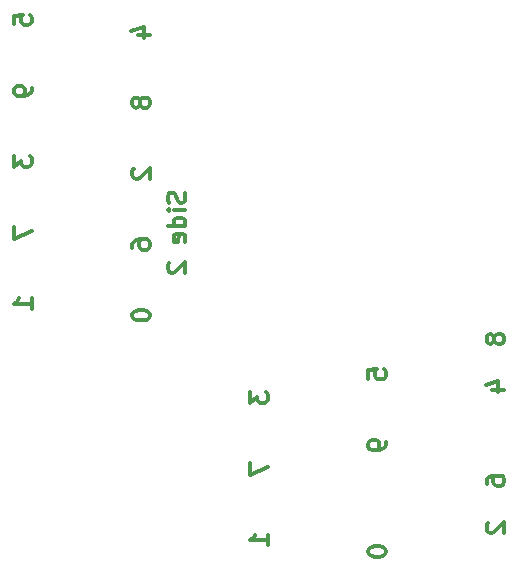
<source format=gbl>
G04 (created by PCBNEW (2013-mar-13)-testing) date Sun 30 Jun 2013 20:15:12 WST*
%MOIN*%
G04 Gerber Fmt 3.4, Leading zero omitted, Abs format*
%FSLAX34Y34*%
G01*
G70*
G90*
G04 APERTURE LIST*
%ADD10C,0.006000*%
%ADD11C,0.011811*%
G04 APERTURE END LIST*
G54D10*
G54D11*
X56960Y-52474D02*
X57353Y-52474D01*
X56735Y-52334D02*
X57156Y-52193D01*
X57156Y-52559D01*
X53416Y-54218D02*
X53416Y-54330D01*
X53388Y-54386D01*
X53360Y-54415D01*
X53276Y-54471D01*
X53163Y-54499D01*
X52938Y-54499D01*
X52882Y-54471D01*
X52854Y-54443D01*
X52826Y-54386D01*
X52826Y-54274D01*
X52854Y-54218D01*
X52882Y-54190D01*
X52938Y-54161D01*
X53079Y-54161D01*
X53135Y-54190D01*
X53163Y-54218D01*
X53191Y-54274D01*
X53191Y-54386D01*
X53163Y-54443D01*
X53135Y-54471D01*
X53079Y-54499D01*
X52826Y-52109D02*
X52826Y-51827D01*
X53107Y-51799D01*
X53079Y-51827D01*
X53051Y-51884D01*
X53051Y-52024D01*
X53079Y-52080D01*
X53107Y-52109D01*
X53163Y-52137D01*
X53304Y-52137D01*
X53360Y-52109D01*
X53388Y-52080D01*
X53416Y-52024D01*
X53416Y-51884D01*
X53388Y-51827D01*
X53360Y-51799D01*
X48889Y-52559D02*
X48889Y-52924D01*
X49114Y-52727D01*
X49114Y-52812D01*
X49142Y-52868D01*
X49170Y-52896D01*
X49226Y-52924D01*
X49367Y-52924D01*
X49423Y-52896D01*
X49451Y-52868D01*
X49479Y-52812D01*
X49479Y-52643D01*
X49451Y-52587D01*
X49423Y-52559D01*
X48889Y-54921D02*
X48889Y-55314D01*
X49479Y-55061D01*
X56763Y-55624D02*
X56763Y-55511D01*
X56791Y-55455D01*
X56819Y-55427D01*
X56903Y-55371D01*
X57016Y-55343D01*
X57241Y-55343D01*
X57297Y-55371D01*
X57325Y-55399D01*
X57353Y-55455D01*
X57353Y-55568D01*
X57325Y-55624D01*
X57297Y-55652D01*
X57241Y-55680D01*
X57100Y-55680D01*
X57044Y-55652D01*
X57016Y-55624D01*
X56988Y-55568D01*
X56988Y-55455D01*
X57016Y-55399D01*
X57044Y-55371D01*
X57100Y-55343D01*
X57016Y-50731D02*
X56988Y-50674D01*
X56960Y-50646D01*
X56903Y-50618D01*
X56875Y-50618D01*
X56819Y-50646D01*
X56791Y-50674D01*
X56763Y-50731D01*
X56763Y-50843D01*
X56791Y-50899D01*
X56819Y-50928D01*
X56875Y-50956D01*
X56903Y-50956D01*
X56960Y-50928D01*
X56988Y-50899D01*
X57016Y-50843D01*
X57016Y-50731D01*
X57044Y-50674D01*
X57072Y-50646D01*
X57128Y-50618D01*
X57241Y-50618D01*
X57297Y-50646D01*
X57325Y-50674D01*
X57353Y-50731D01*
X57353Y-50843D01*
X57325Y-50899D01*
X57297Y-50928D01*
X57241Y-50956D01*
X57128Y-50956D01*
X57072Y-50928D01*
X57044Y-50899D01*
X57016Y-50843D01*
X56819Y-56917D02*
X56791Y-56946D01*
X56763Y-57002D01*
X56763Y-57142D01*
X56791Y-57199D01*
X56819Y-57227D01*
X56875Y-57255D01*
X56931Y-57255D01*
X57016Y-57227D01*
X57353Y-56889D01*
X57353Y-57255D01*
X41015Y-47047D02*
X41015Y-47440D01*
X41605Y-47187D01*
X41015Y-44685D02*
X41015Y-45050D01*
X41240Y-44853D01*
X41240Y-44938D01*
X41268Y-44994D01*
X41296Y-45022D01*
X41352Y-45050D01*
X41493Y-45050D01*
X41549Y-45022D01*
X41577Y-44994D01*
X41605Y-44938D01*
X41605Y-44769D01*
X41577Y-44713D01*
X41549Y-44685D01*
X44952Y-47750D02*
X44952Y-47637D01*
X44980Y-47581D01*
X45008Y-47553D01*
X45092Y-47497D01*
X45205Y-47469D01*
X45430Y-47469D01*
X45486Y-47497D01*
X45514Y-47525D01*
X45542Y-47581D01*
X45542Y-47694D01*
X45514Y-47750D01*
X45486Y-47778D01*
X45430Y-47806D01*
X45289Y-47806D01*
X45233Y-47778D01*
X45205Y-47750D01*
X45177Y-47694D01*
X45177Y-47581D01*
X45205Y-47525D01*
X45233Y-47497D01*
X45289Y-47469D01*
X45008Y-45106D02*
X44980Y-45134D01*
X44952Y-45191D01*
X44952Y-45331D01*
X44980Y-45388D01*
X45008Y-45416D01*
X45064Y-45444D01*
X45120Y-45444D01*
X45205Y-45416D01*
X45542Y-45078D01*
X45542Y-45444D01*
X45205Y-42857D02*
X45177Y-42800D01*
X45149Y-42772D01*
X45092Y-42744D01*
X45064Y-42744D01*
X45008Y-42772D01*
X44980Y-42800D01*
X44952Y-42857D01*
X44952Y-42969D01*
X44980Y-43025D01*
X45008Y-43053D01*
X45064Y-43082D01*
X45092Y-43082D01*
X45149Y-43053D01*
X45177Y-43025D01*
X45205Y-42969D01*
X45205Y-42857D01*
X45233Y-42800D01*
X45261Y-42772D01*
X45317Y-42744D01*
X45430Y-42744D01*
X45486Y-42772D01*
X45514Y-42800D01*
X45542Y-42857D01*
X45542Y-42969D01*
X45514Y-43025D01*
X45486Y-43053D01*
X45430Y-43082D01*
X45317Y-43082D01*
X45261Y-43053D01*
X45233Y-43025D01*
X45205Y-42969D01*
X41605Y-42407D02*
X41605Y-42519D01*
X41577Y-42575D01*
X41549Y-42604D01*
X41465Y-42660D01*
X41352Y-42688D01*
X41127Y-42688D01*
X41071Y-42660D01*
X41043Y-42632D01*
X41015Y-42575D01*
X41015Y-42463D01*
X41043Y-42407D01*
X41071Y-42379D01*
X41127Y-42350D01*
X41268Y-42350D01*
X41324Y-42379D01*
X41352Y-42407D01*
X41380Y-42463D01*
X41380Y-42575D01*
X41352Y-42632D01*
X41324Y-42660D01*
X41268Y-42688D01*
X45149Y-40663D02*
X45542Y-40663D01*
X44924Y-40523D02*
X45345Y-40382D01*
X45345Y-40748D01*
X41015Y-40298D02*
X41015Y-40016D01*
X41296Y-39988D01*
X41268Y-40016D01*
X41240Y-40073D01*
X41240Y-40213D01*
X41268Y-40269D01*
X41296Y-40298D01*
X41352Y-40326D01*
X41493Y-40326D01*
X41549Y-40298D01*
X41577Y-40269D01*
X41605Y-40213D01*
X41605Y-40073D01*
X41577Y-40016D01*
X41549Y-39988D01*
X52826Y-57845D02*
X52826Y-57902D01*
X52854Y-57958D01*
X52882Y-57986D01*
X52938Y-58014D01*
X53051Y-58042D01*
X53191Y-58042D01*
X53304Y-58014D01*
X53360Y-57986D01*
X53388Y-57958D01*
X53416Y-57902D01*
X53416Y-57845D01*
X53388Y-57789D01*
X53360Y-57761D01*
X53304Y-57733D01*
X53191Y-57705D01*
X53051Y-57705D01*
X52938Y-57733D01*
X52882Y-57761D01*
X52854Y-57789D01*
X52826Y-57845D01*
X44952Y-49971D02*
X44952Y-50028D01*
X44980Y-50084D01*
X45008Y-50112D01*
X45064Y-50140D01*
X45177Y-50168D01*
X45317Y-50168D01*
X45430Y-50140D01*
X45486Y-50112D01*
X45514Y-50084D01*
X45542Y-50028D01*
X45542Y-49971D01*
X45514Y-49915D01*
X45486Y-49887D01*
X45430Y-49859D01*
X45317Y-49831D01*
X45177Y-49831D01*
X45064Y-49859D01*
X45008Y-49887D01*
X44980Y-49915D01*
X44952Y-49971D01*
X49479Y-57649D02*
X49479Y-57311D01*
X49479Y-57480D02*
X48889Y-57480D01*
X48973Y-57424D01*
X49029Y-57367D01*
X49057Y-57311D01*
X41605Y-49775D02*
X41605Y-49437D01*
X41605Y-49606D02*
X41015Y-49606D01*
X41099Y-49550D01*
X41155Y-49493D01*
X41183Y-49437D01*
X46695Y-45908D02*
X46723Y-45992D01*
X46723Y-46133D01*
X46695Y-46189D01*
X46667Y-46217D01*
X46611Y-46245D01*
X46555Y-46245D01*
X46498Y-46217D01*
X46470Y-46189D01*
X46442Y-46133D01*
X46414Y-46020D01*
X46386Y-45964D01*
X46358Y-45936D01*
X46302Y-45908D01*
X46245Y-45908D01*
X46189Y-45936D01*
X46161Y-45964D01*
X46133Y-46020D01*
X46133Y-46161D01*
X46161Y-46245D01*
X46723Y-46498D02*
X46330Y-46498D01*
X46133Y-46498D02*
X46161Y-46470D01*
X46189Y-46498D01*
X46161Y-46526D01*
X46133Y-46498D01*
X46189Y-46498D01*
X46723Y-47033D02*
X46133Y-47033D01*
X46695Y-47033D02*
X46723Y-46976D01*
X46723Y-46864D01*
X46695Y-46808D01*
X46667Y-46780D01*
X46611Y-46751D01*
X46442Y-46751D01*
X46386Y-46780D01*
X46358Y-46808D01*
X46330Y-46864D01*
X46330Y-46976D01*
X46358Y-47033D01*
X46695Y-47539D02*
X46723Y-47483D01*
X46723Y-47370D01*
X46695Y-47314D01*
X46639Y-47286D01*
X46414Y-47286D01*
X46358Y-47314D01*
X46330Y-47370D01*
X46330Y-47483D01*
X46358Y-47539D01*
X46414Y-47567D01*
X46470Y-47567D01*
X46526Y-47286D01*
X46189Y-48242D02*
X46161Y-48270D01*
X46133Y-48326D01*
X46133Y-48467D01*
X46161Y-48523D01*
X46189Y-48551D01*
X46245Y-48579D01*
X46302Y-48579D01*
X46386Y-48551D01*
X46723Y-48214D01*
X46723Y-48579D01*
M02*

</source>
